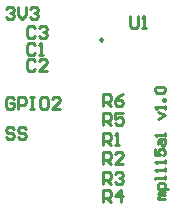
<source format=gto>
G04 Layer_Color=15132400*
%FSLAX25Y25*%
%MOIN*%
G70*
G01*
G75*
%ADD14C,0.01000*%
%ADD19C,0.00984*%
D14*
X134666Y482832D02*
X133999Y483499D01*
X132667D01*
X132000Y482832D01*
Y480166D01*
X132667Y479500D01*
X133999D01*
X134666Y480166D01*
X135999Y482832D02*
X136665Y483499D01*
X137998D01*
X138664Y482832D01*
Y482166D01*
X137998Y481499D01*
X137332D01*
X137998D01*
X138664Y480833D01*
Y480166D01*
X137998Y479500D01*
X136665D01*
X135999Y480166D01*
X157500Y457000D02*
Y460999D01*
X159499D01*
X160166Y460332D01*
Y458999D01*
X159499Y458333D01*
X157500D01*
X158833D02*
X160166Y457000D01*
X164164Y460999D02*
X162832Y460332D01*
X161499Y458999D01*
Y457666D01*
X162165Y457000D01*
X163498D01*
X164164Y457666D01*
Y458333D01*
X163498Y458999D01*
X161499D01*
X157500Y450500D02*
Y454499D01*
X159499D01*
X160166Y453832D01*
Y452499D01*
X159499Y451833D01*
X157500D01*
X158833D02*
X160166Y450500D01*
X164164Y454499D02*
X161499D01*
Y452499D01*
X162832Y453166D01*
X163498D01*
X164164Y452499D01*
Y451166D01*
X163498Y450500D01*
X162165D01*
X161499Y451166D01*
X157500Y425000D02*
Y428999D01*
X159499D01*
X160166Y428332D01*
Y426999D01*
X159499Y426333D01*
X157500D01*
X158833D02*
X160166Y425000D01*
X163498D02*
Y428999D01*
X161499Y426999D01*
X164164D01*
X157500Y431000D02*
Y434999D01*
X159499D01*
X160166Y434332D01*
Y432999D01*
X159499Y432333D01*
X157500D01*
X158833D02*
X160166Y431000D01*
X161499Y434332D02*
X162165Y434999D01*
X163498D01*
X164164Y434332D01*
Y433666D01*
X163498Y432999D01*
X162832D01*
X163498D01*
X164164Y432333D01*
Y431666D01*
X163498Y431000D01*
X162165D01*
X161499Y431666D01*
X157500Y437500D02*
Y441499D01*
X159499D01*
X160166Y440832D01*
Y439499D01*
X159499Y438833D01*
X157500D01*
X158833D02*
X160166Y437500D01*
X164164D02*
X161499D01*
X164164Y440166D01*
Y440832D01*
X163498Y441499D01*
X162165D01*
X161499Y440832D01*
X157500Y444000D02*
Y447999D01*
X159499D01*
X160166Y447332D01*
Y445999D01*
X159499Y445333D01*
X157500D01*
X158833D02*
X160166Y444000D01*
X161499D02*
X162832D01*
X162165D01*
Y447999D01*
X161499Y447332D01*
X134666Y477332D02*
X133999Y477999D01*
X132667D01*
X132000Y477332D01*
Y474666D01*
X132667Y474000D01*
X133999D01*
X134666Y474666D01*
X135999Y474000D02*
X137332D01*
X136665D01*
Y477999D01*
X135999Y477332D01*
X134666Y471832D02*
X133999Y472499D01*
X132667D01*
X132000Y471832D01*
Y469166D01*
X132667Y468500D01*
X133999D01*
X134666Y469166D01*
X138664Y468500D02*
X135999D01*
X138664Y471166D01*
Y471832D01*
X137998Y472499D01*
X136665D01*
X135999Y471832D01*
X166500Y486999D02*
Y483666D01*
X167166Y483000D01*
X168499D01*
X169166Y483666D01*
Y486999D01*
X170499Y483000D02*
X171832D01*
X171165D01*
Y486999D01*
X170499Y486332D01*
X178000Y426000D02*
X175867D01*
Y426533D01*
X176400Y427066D01*
X178000D01*
X176400D01*
X175867Y427599D01*
X176400Y428133D01*
X178000D01*
X179066Y429199D02*
X175867D01*
Y430798D01*
X176400Y431332D01*
X177467D01*
X178000Y430798D01*
Y429199D01*
Y432398D02*
Y433464D01*
Y432931D01*
X174801D01*
Y432398D01*
X178000Y435064D02*
Y436130D01*
Y435597D01*
X174801D01*
X175334Y435064D01*
X178000Y437730D02*
Y438796D01*
Y438263D01*
X174801D01*
X175334Y437730D01*
X174801Y442528D02*
Y440395D01*
X176400D01*
X175867Y441462D01*
Y441995D01*
X176400Y442528D01*
X177467D01*
X178000Y441995D01*
Y440929D01*
X177467Y440395D01*
X175867Y444128D02*
Y445194D01*
X176400Y445727D01*
X178000D01*
Y444128D01*
X177467Y443594D01*
X176934Y444128D01*
Y445727D01*
X178000Y446793D02*
Y447860D01*
Y447326D01*
X174801D01*
X175334Y446793D01*
X175867Y452658D02*
X178000Y453724D01*
X175867Y454791D01*
X178000Y455857D02*
Y456923D01*
Y456390D01*
X174801D01*
X175334Y455857D01*
X178000Y458523D02*
X177467D01*
Y459056D01*
X178000D01*
Y458523D01*
X175334Y461189D02*
X174801Y461722D01*
Y462788D01*
X175334Y463321D01*
X177467D01*
X178000Y462788D01*
Y461722D01*
X177467Y461189D01*
X175334D01*
X125000Y489332D02*
X125666Y489999D01*
X126999D01*
X127666Y489332D01*
Y488666D01*
X126999Y487999D01*
X126333D01*
X126999D01*
X127666Y487333D01*
Y486666D01*
X126999Y486000D01*
X125666D01*
X125000Y486666D01*
X128999Y489999D02*
Y487333D01*
X130332Y486000D01*
X131665Y487333D01*
Y489999D01*
X132997Y489332D02*
X133664Y489999D01*
X134997D01*
X135663Y489332D01*
Y488666D01*
X134997Y487999D01*
X134330D01*
X134997D01*
X135663Y487333D01*
Y486666D01*
X134997Y486000D01*
X133664D01*
X132997Y486666D01*
X127666Y459332D02*
X126999Y459999D01*
X125666D01*
X125000Y459332D01*
Y456666D01*
X125666Y456000D01*
X126999D01*
X127666Y456666D01*
Y457999D01*
X126333D01*
X128999Y456000D02*
Y459999D01*
X130998D01*
X131665Y459332D01*
Y457999D01*
X130998Y457333D01*
X128999D01*
X132997Y459999D02*
X134330D01*
X133664D01*
Y456000D01*
X132997D01*
X134330D01*
X138329Y459999D02*
X136996D01*
X136330Y459332D01*
Y456666D01*
X136996Y456000D01*
X138329D01*
X138996Y456666D01*
Y459332D01*
X138329Y459999D01*
X142994Y456000D02*
X140328D01*
X142994Y458666D01*
Y459332D01*
X142328Y459999D01*
X140995D01*
X140328Y459332D01*
X127666Y449332D02*
X126999Y449999D01*
X125666D01*
X125000Y449332D01*
Y448666D01*
X125666Y447999D01*
X126999D01*
X127666Y447333D01*
Y446666D01*
X126999Y446000D01*
X125666D01*
X125000Y446666D01*
X131665Y449332D02*
X130998Y449999D01*
X129665D01*
X128999Y449332D01*
Y448666D01*
X129665Y447999D01*
X130998D01*
X131665Y447333D01*
Y446666D01*
X130998Y446000D01*
X129665D01*
X128999Y446666D01*
D19*
X157528Y478882D02*
G03*
X157528Y478882I-492J0D01*
G01*
M02*

</source>
